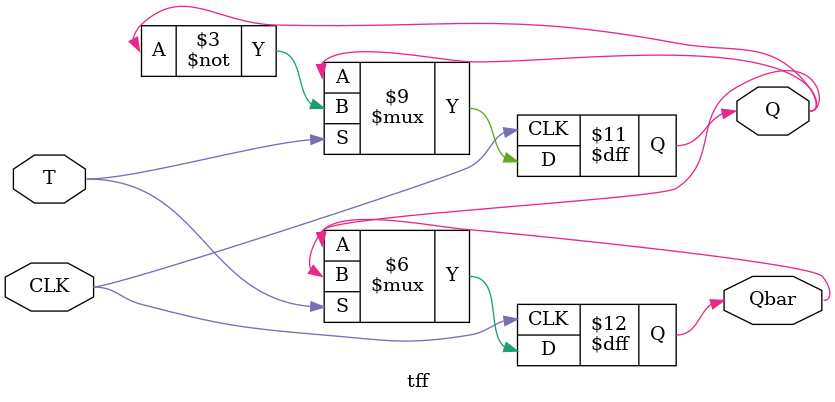
<source format=v>
`timescale 1ns / 1ps

module tff(
    input CLK,
    input T,
    output reg Q,
    output reg Qbar
    );
    
    initial Q=0;
    
    always @(posedge CLK) begin
        if (T==1) begin
            Q<=~Q;
            Qbar<=Q;
        end
        else begin
            Q<=Q;
            Qbar<=Qbar;
        end
    end
endmodule

</source>
